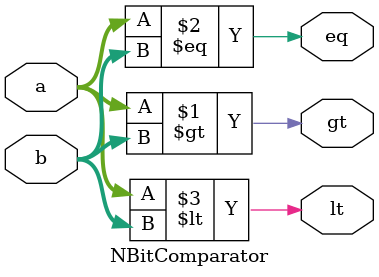
<source format=v>
`timescale 1ns / 1ps

module NBitComparator
#(
    parameter dataWidth = 32
)
(
    input [dataWidth-1:0] a,
    input [dataWidth-1:0] b,
    output gt,
    output eq,
    output lt
);

assign gt = (a > b);
assign eq = (a == b);
assign lt = (a < b);

/*
wire [dataWidth-1:0] gt_wire, eq_wire;
wire [dataWidth-2:1] or_wires;

wire gt_reduced, eq_reduced;

genvar i;
generate
//First, generate all of the comparators
for (i = dataWidth-1; i >= 0; i = i - 1) begin
    OneBitComparator aComp(
        .a(a[i]), .b(b[i]), .gt(gt_wire[i]), .eq(eq_wire[i])
    );
end

//Next, generate all of the reduction logic
//First, do the logic for or-ing all of the gt results
for (i = dataWidth-2; i > 0; i = i - 1) begin
    //Instantiate the first in the chain
    if (i == (dataWidth-2)) begin
        //The first one is or_wires[i] = 1 if ((gt_wire[i] == 1) or (gt_wire[i] == 0 && gt_wire[i-1] == 1))
        assign or_wires[i] = (| {gt_wire[i+1], (& {eq_wire[i+1], gt_wire[i]})});
    end
    //Next, carry that result through the rest of the chain
    else begin
        //All subsequent ones are or_wires[i] = 1 if ((or_wires[i+1] == 1) or (or_wires[i+1] == 0 && gt_wire[i] == 1))
        assign or_wires[i] = (| {or_wires[i+1], (& {eq_wire[i+1], gt_wire[i]})});
    end
end
//Finally, assign gt_reduced, the last element of that chain
if (dataWidth > 2) begin
    assign gt_reduced = (| {or_wires[1], (& {eq_wire[1], gt_wire[0]})});
end
else if (dataWidth == 2) begin
    assign gt_reduced = (| {gt_wire[1], (& {eq_wire[1], gt_wire[0]})});
end
else begin
    assign gt_reduced = gt_wire[0];
end

//Now, reduce the eq_wire
assign eq_reduced = (& eq_wire);

//Finally, assign the outputs
assign gt = gt_reduced;
assign eq = eq_reduced;
assign lt = (& {~gt_reduced, ~eq_reduced});
endgenerate
*/
endmodule
</source>
